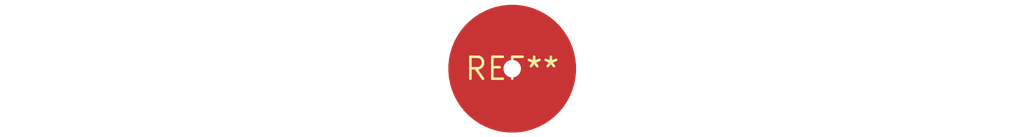
<source format=kicad_pcb>
(kicad_pcb (version 20240108) (generator pcbnew)
  (layers (0 "F.Cu" signal) (31 "B.Cu" signal) (34 "B.Paste" user) (35 "F.Paste" user) (36 "B.SilkS" user "B.Silkscreen") (37 "F.SilkS" user "F.Silkscreen") (38 "B.Mask" user) (39 "F.Mask" user) (44 "Edge.Cuts" user))
  (net 0 "")
  (footprint "Mounting_Wuerth_WA-SMSE-ExternalM3_H12mm_9771120360" (layer "F.Cu") (at 0 0)
    (property "Reference" "REF**")
    (property "Value" "Mounting_Wuerth_WA-SMSE-ExternalM3_H12mm_9771120360")
    (pad "" np_thru_hole circle (at 0 0) (size 1 1) (drill 1) (layers *.Cu *.Mask))
    (pad "1" smd circle (at -2.1 0) (size 2.8 2.8) (layers "F.Cu"))
    (pad "1" smd circle (at 0 -2.1) (size 2.8 2.8) (layers "F.Cu"))
    (pad "1" smd circle (at 0 2.1) (size 2.8 2.8) (layers "F.Cu"))
    (pad "1" smd custom (at 2.1 0) (size 2.8 2.8) (layers "F.Cu" "F.Mask") (options (clearance outline) (anchor circle)) (primitives (gr_circle (center -2.1 0) (end 0 0) (width 3.2) (fill no))))
  )
)
</source>
